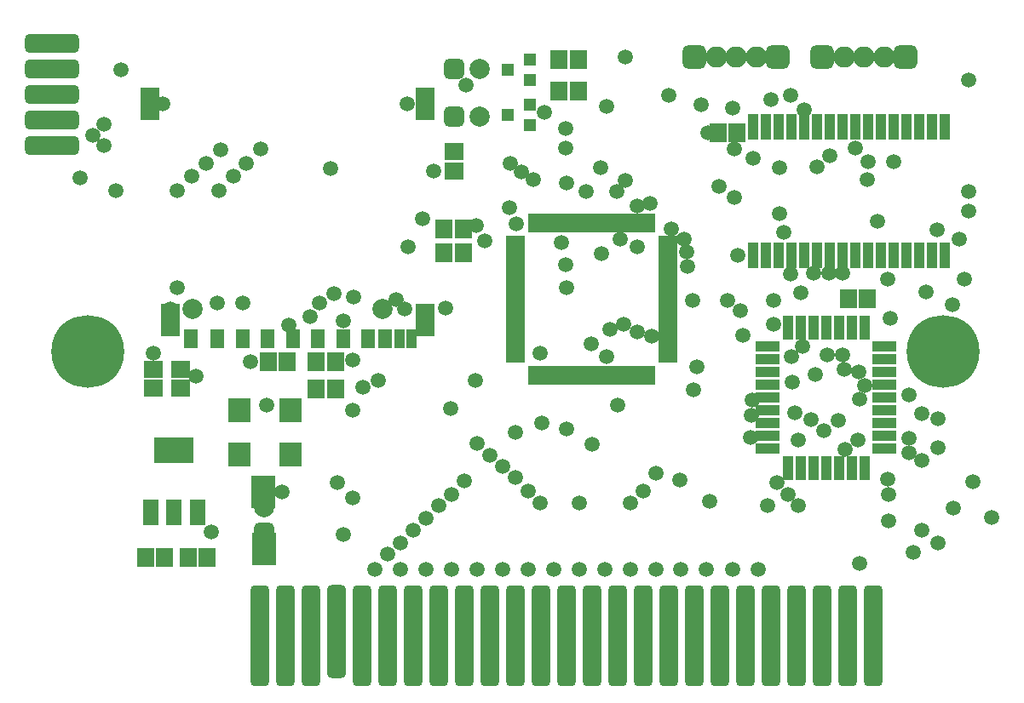
<source format=gts>
G04*
G04  File:            SD-MAPPER-FINAL_VERSION.GTS, Wed Oct 15 21:18:23 2014*
G04  Source:          P-CAD 2002 PCB (6/400) TRIAL VERSION - 1 days left, Version 17.01.22, (E:\Eletro\PCAD-PCI\SD-Mapper\SD-Mapper-final_version.PCB)*
G04  Format:          Gerber Format (RS-274-D), ASCII*
G04*
G04  Format Options:  Absolute Positioning*
G04                   Leading-Zero Suppression*
G04                   Scale Factor 1:1*
G04                   NO Circular Interpolation*
G04                   Inch Units*
G04                   Numeric Format: 4.4 (XXXX.XXXX)*
G04                   G54 NOT Used for Aperture Change*
G04                   Apertures Embedded*
G04*
G04  File Options:    Offset = (0.0mil,0.0mil)*
G04                   Drill Symbol Size = 80.0mil*
G04                   Pad/Via Holes*
G04*
G04  File Contents:   Pads*
G04                   Vias*
G04                   No Designators*
G04                   No Types*
G04                   No Values*
G04                   No Drill Symbols*
G04                   Top Mask*
G04*
%INSD-MAPPER-FINAL_VERSION.GTS*%
%ICAS*%
%MOIN*%
G04*
G04  Aperture MACROs for general use --- invoked via D-code assignment *
G04*
G04  General MACRO for flashed round with rotation and/or offset hole *
%AMROTOFFROUND*
1,1,$1,0.0000,0.0000*
1,0,$2,$3,$4*%
G04*
G04  General MACRO for flashed oval (obround) with rotation and/or offset hole *
%AMROTOFFOVAL*
21,1,$1,$2,0.0000,0.0000,$3*
1,1,$4,$5,$6*
1,1,$4,0-$5,0-$6*
1,0,$7,$8,$9*%
G04*
G04  General MACRO for flashed oval (obround) with rotation and no hole *
%AMROTOVALNOHOLE*
21,1,$1,$2,0.0000,0.0000,$3*
1,1,$4,$5,$6*
1,1,$4,0-$5,0-$6*%
G04*
G04  General MACRO for flashed rectangle with rotation and/or offset hole *
%AMROTOFFRECT*
21,1,$1,$2,0.0000,0.0000,$3*
1,0,$4,$5,$6*%
G04*
G04  General MACRO for flashed rectangle with rotation and no hole *
%AMROTRECTNOHOLE*
21,1,$1,$2,0.0000,0.0000,$3*%
G04*
G04  General MACRO for flashed rounded-rectangle *
%AMROUNDRECT*
21,1,$1,$2-$4,0.0000,0.0000,$3*
21,1,$1-$4,$2,0.0000,0.0000,$3*
1,1,$4,$5,$6*
1,1,$4,$7,$8*
1,1,$4,0-$5,0-$6*
1,1,$4,0-$7,0-$8*
1,0,$9,$10,$11*%
G04*
G04  General MACRO for flashed rounded-rectangle with rotation and no hole *
%AMROUNDRECTNOHOLE*
21,1,$1,$2-$4,0.0000,0.0000,$3*
21,1,$1-$4,$2,0.0000,0.0000,$3*
1,1,$4,$5,$6*
1,1,$4,$7,$8*
1,1,$4,0-$5,0-$6*
1,1,$4,0-$7,0-$8*%
G04*
G04  General MACRO for flashed regular polygon *
%AMREGPOLY*
5,1,$1,0.0000,0.0000,$2,$3+$4*
1,0,$5,$6,$7*%
G04*
G04  General MACRO for flashed regular polygon with no hole *
%AMREGPOLYNOHOLE*
5,1,$1,0.0000,0.0000,$2,$3+$4*%
G04*
G04  General MACRO for target *
%AMTARGET*
6,0,0,$1,$2,$3,4,$4,$5,$6*%
G04*
G04  General MACRO for mounting hole *
%AMMTHOLE*
1,1,$1,0,0*
1,0,$2,0,0*
$1=$1-$2*
$1=$1/2*
21,1,$2+$1,$3,0,0,$4*
21,1,$3,$2+$1,0,0,$4*%
G04*
G04*
G04  D10 : "Ellipse X10.0mil Y10.0mil H0.0mil 0.0deg (0.0mil,0.0mil) Draw"*
G04  Disc: OuterDia=0.0100*
%ADD10C, 0.0100*%
G04  D11 : "Ellipse X12.0mil Y12.0mil H0.0mil 0.0deg (0.0mil,0.0mil) Draw"*
G04  Disc: OuterDia=0.0120*
%ADD11C, 0.0120*%
G04  D12 : "Ellipse X14.0mil Y14.0mil H0.0mil 0.0deg (0.0mil,0.0mil) Draw"*
G04  Disc: OuterDia=0.0140*
%ADD12C, 0.0140*%
G04  D13 : "Ellipse X15.0mil Y15.0mil H0.0mil 0.0deg (0.0mil,0.0mil) Draw"*
G04  Disc: OuterDia=0.0150*
%ADD13C, 0.0150*%
G04  D14 : "Ellipse X17.0mil Y17.0mil H0.0mil 0.0deg (0.0mil,0.0mil) Draw"*
G04  Disc: OuterDia=0.0170*
%ADD14C, 0.0170*%
G04  D15 : "Ellipse X18.0mil Y18.0mil H0.0mil 0.0deg (0.0mil,0.0mil) Draw"*
G04  Disc: OuterDia=0.0180*
%ADD15C, 0.0180*%
G04  D16 : "Ellipse X2.0mil Y2.0mil H0.0mil 0.0deg (0.0mil,0.0mil) Draw"*
G04  Disc: OuterDia=0.0020*
%ADD16C, 0.0020*%
G04  D17 : "Ellipse X20.0mil Y20.0mil H0.0mil 0.0deg (0.0mil,0.0mil) Draw"*
G04  Disc: OuterDia=0.0200*
%ADD17C, 0.0200*%
G04  D18 : "Ellipse X22.0mil Y22.0mil H0.0mil 0.0deg (0.0mil,0.0mil) Draw"*
G04  Disc: OuterDia=0.0220*
%ADD18C, 0.0220*%
G04  D19 : "Ellipse X24.0mil Y24.0mil H0.0mil 0.0deg (0.0mil,0.0mil) Draw"*
G04  Disc: OuterDia=0.0240*
%ADD19C, 0.0240*%
G04  D20 : "Ellipse X26.0mil Y26.0mil H0.0mil 0.0deg (0.0mil,0.0mil) Draw"*
G04  Disc: OuterDia=0.0260*
%ADD20C, 0.0260*%
G04  D21 : "Ellipse X34.0mil Y34.0mil H0.0mil 0.0deg (0.0mil,0.0mil) Draw"*
G04  Disc: OuterDia=0.0340*
%ADD21C, 0.0340*%
G04  D22 : "Ellipse X35.0mil Y35.0mil H0.0mil 0.0deg (0.0mil,0.0mil) Draw"*
G04  Disc: OuterDia=0.0350*
%ADD22C, 0.0350*%
G04  D23 : "Ellipse X40.0mil Y40.0mil H0.0mil 0.0deg (0.0mil,0.0mil) Draw"*
G04  Disc: OuterDia=0.0400*
%ADD23C, 0.0400*%
G04  D24 : "Ellipse X45.0mil Y45.0mil H0.0mil 0.0deg (0.0mil,0.0mil) Draw"*
G04  Disc: OuterDia=0.0450*
%ADD24C, 0.0450*%
G04  D25 : "Ellipse X8.0mil Y8.0mil H0.0mil 0.0deg (0.0mil,0.0mil) Draw"*
G04  Disc: OuterDia=0.0080*
%ADD25C, 0.0080*%
G04  D26 : "Ellipse X285.0mil Y285.0mil H0.0mil 0.0deg (0.0mil,0.0mil) Flash"*
G04  Disc: OuterDia=0.2850*
%ADD26C, 0.2850*%
G04  D27 : "Ellipse X59.0mil Y59.0mil H0.0mil 0.0deg (0.0mil,0.0mil) Flash"*
G04  Disc: OuterDia=0.0590*
%ADD27C, 0.0590*%
G04  D28 : "Ellipse X64.0mil Y64.0mil H0.0mil 0.0deg (0.0mil,0.0mil) Flash"*
G04  Disc: OuterDia=0.0640*
%ADD28C, 0.0640*%
G04  D29 : "Ellipse X68.0mil Y68.0mil H0.0mil 0.0deg (0.0mil,0.0mil) Flash"*
G04  Disc: OuterDia=0.0680*
%ADD29C, 0.0680*%
G04  D30 : "Ellipse X79.0mil Y79.0mil H0.0mil 0.0deg (0.0mil,0.0mil) Flash"*
G04  Disc: OuterDia=0.0790*
%ADD30C, 0.0790*%
G04  D31 : "Ellipse X83.0mil Y83.0mil H0.0mil 0.0deg (0.0mil,0.0mil) Flash"*
G04  Disc: OuterDia=0.0830*
%ADD31C, 0.0830*%
G04  D32 : "Mounting Hole X270.0mil Y270.0mil H0.0mil 0.0deg (0.0mil,0.0mil) Flash"*
G04  Mounting Hole: Diameter=0.2700, Rotation=0.0, LineWidth=0.0050 *
%ADD32MTHOLE, 0.2700 X0.2500 X0.0050 X0.0*%
G04  D33 : "Mounting Hole X44.0mil Y44.0mil H0.0mil 0.0deg (0.0mil,0.0mil) Flash"*
G04  Mounting Hole: Diameter=0.0440, Rotation=0.0, LineWidth=0.0050 *
%ADD33MTHOLE, 0.0440 X0.0240 X0.0050 X0.0*%
G04  D34 : "Mounting Hole X64.0mil Y64.0mil H0.0mil 0.0deg (0.0mil,0.0mil) Flash"*
G04  Mounting Hole: Diameter=0.0640, Rotation=0.0, LineWidth=0.0050 *
%ADD34MTHOLE, 0.0640 X0.0440 X0.0050 X0.0*%
G04  D35 : "Rounded Rectangle X196.9mil Y60.0mil H0.0mil 0.0deg (0.0mil,0.0mil) Flash"*
G04  RoundRct: DimX=0.1969, DimY=0.0600, CornerRad=0.0150, Rotation=0.0, OffsetX=0.0000, OffsetY=0.0000, HoleDia=0.0000 *
%ADD35ROUNDRECTNOHOLE, 0.1969 X0.0600 X0.0 X0.0300 X-0.0834 X-0.0150 X-0.0834 X0.0150*%
G04  D36 : "Rounded Rectangle X60.0mil Y350.0mil H0.0mil 0.0deg (0.0mil,0.0mil) Flash"*
G04  RoundRct: DimX=0.0600, DimY=0.3500, CornerRad=0.0150, Rotation=0.0, OffsetX=0.0000, OffsetY=0.0000, HoleDia=0.0000 *
%ADD36ROUNDRECTNOHOLE, 0.0600 X0.3500 X0.0 X0.0300 X-0.0150 X-0.1600 X-0.0150 X0.1600*%
G04  D37 : "Rounded Rectangle X60.0mil Y380.0mil H0.0mil 0.0deg (0.0mil,0.0mil) Flash"*
G04  RoundRct: DimX=0.0600, DimY=0.3800, CornerRad=0.0150, Rotation=0.0, OffsetX=0.0000, OffsetY=0.0000, HoleDia=0.0000 *
%ADD37ROUNDRECTNOHOLE, 0.0600 X0.3800 X0.0 X0.0300 X-0.0150 X-0.1750 X-0.0150 X0.1750*%
G04  D38 : "Rounded Rectangle X64.0mil Y64.0mil H0.0mil 0.0deg (0.0mil,0.0mil) Flash"*
G04  RoundRct: DimX=0.0640, DimY=0.0640, CornerRad=0.0160, Rotation=0.0, OffsetX=0.0000, OffsetY=0.0000, HoleDia=0.0000 *
%ADD38ROUNDRECTNOHOLE, 0.0640 X0.0640 X0.0 X0.0320 X-0.0160 X-0.0160 X-0.0160 X0.0160*%
G04  D39 : "Rounded Rectangle X211.9mil Y75.0mil H0.0mil 0.0deg (0.0mil,0.0mil) Flash"*
G04  RoundRct: DimX=0.2119, DimY=0.0750, CornerRad=0.0187, Rotation=0.0, OffsetX=0.0000, OffsetY=0.0000, HoleDia=0.0000 *
%ADD39ROUNDRECTNOHOLE, 0.2119 X0.0750 X0.0 X0.0375 X-0.0872 X-0.0187 X-0.0872 X0.0187*%
G04  D40 : "Rounded Rectangle X75.0mil Y365.0mil H0.0mil 0.0deg (0.0mil,0.0mil) Flash"*
G04  RoundRct: DimX=0.0750, DimY=0.3650, CornerRad=0.0187, Rotation=0.0, OffsetX=0.0000, OffsetY=0.0000, HoleDia=0.0000 *
%ADD40ROUNDRECTNOHOLE, 0.0750 X0.3650 X0.0 X0.0375 X-0.0187 X-0.1638 X-0.0187 X0.1638*%
G04  D41 : "Rounded Rectangle X75.0mil Y395.0mil H0.0mil 0.0deg (0.0mil,0.0mil) Flash"*
G04  RoundRct: DimX=0.0750, DimY=0.3950, CornerRad=0.0187, Rotation=0.0, OffsetX=0.0000, OffsetY=0.0000, HoleDia=0.0000 *
%ADD41ROUNDRECTNOHOLE, 0.0750 X0.3950 X0.0 X0.0375 X-0.0187 X-0.1788 X-0.0187 X0.1788*%
G04  D42 : "Rounded Rectangle X78.0mil Y78.0mil H0.0mil 0.0deg (0.0mil,0.0mil) Flash"*
G04  RoundRct: DimX=0.0780, DimY=0.0780, CornerRad=0.0195, Rotation=0.0, OffsetX=0.0000, OffsetY=0.0000, HoleDia=0.0000 *
%ADD42ROUNDRECTNOHOLE, 0.0780 X0.0780 X0.0 X0.0390 X-0.0195 X-0.0195 X-0.0195 X0.0195*%
G04  D43 : "Rounded Rectangle X79.0mil Y79.0mil H0.0mil 0.0deg (0.0mil,0.0mil) Flash"*
G04  RoundRct: DimX=0.0790, DimY=0.0790, CornerRad=0.0198, Rotation=0.0, OffsetX=0.0000, OffsetY=0.0000, HoleDia=0.0000 *
%ADD43ROUNDRECTNOHOLE, 0.0790 X0.0790 X0.0 X0.0395 X-0.0198 X-0.0198 X-0.0198 X0.0198*%
G04  D44 : "Rounded Rectangle X93.0mil Y93.0mil H0.0mil 0.0deg (0.0mil,0.0mil) Flash"*
G04  RoundRct: DimX=0.0930, DimY=0.0930, CornerRad=0.0233, Rotation=0.0, OffsetX=0.0000, OffsetY=0.0000, HoleDia=0.0000 *
%ADD44ROUNDRECTNOHOLE, 0.0930 X0.0930 X0.0 X0.0465 X-0.0233 X-0.0233 X-0.0233 X0.0233*%
G04  D45 : "Rectangle X11.8mil Y63.0mil H0.0mil 0.0deg (0.0mil,0.0mil) Flash"*
G04  Rectangular: DimX=0.0118, DimY=0.0630, Rotation=0.0, OffsetX=0.0000, OffsetY=0.0000, HoleDia=0.0000 *
%ADD45R, 0.0118 X0.0630*%
G04  D46 : "Rectangle X63.0mil Y11.8mil H0.0mil 0.0deg (0.0mil,0.0mil) Flash"*
G04  Rectangular: DimX=0.0630, DimY=0.0118, Rotation=0.0, OffsetX=0.0000, OffsetY=0.0000, HoleDia=0.0000 *
%ADD46R, 0.0630 X0.0118*%
G04  D47 : "Rectangle X141.7mil Y86.6mil H0.0mil 0.0deg (0.0mil,0.0mil) Flash"*
G04  Rectangular: DimX=0.1417, DimY=0.0866, Rotation=0.0, OffsetX=0.0000, OffsetY=0.0000, HoleDia=0.0000 *
%ADD47R, 0.1417 X0.0866*%
G04  D48 : "Rectangle X156.7mil Y101.6mil H0.0mil 0.0deg (0.0mil,0.0mil) Flash"*
G04  Rectangular: DimX=0.1567, DimY=0.1016, Rotation=0.0, OffsetX=0.0000, OffsetY=0.0000, HoleDia=0.0000 *
%ADD48R, 0.1567 X0.1016*%
G04  D49 : "Rectangle X23.6mil Y78.7mil H0.0mil 0.0deg (0.0mil,0.0mil) Flash"*
G04  Rectangular: DimX=0.0236, DimY=0.0787, Rotation=0.0, OffsetX=0.0000, OffsetY=0.0000, HoleDia=0.0000 *
%ADD49R, 0.0236 X0.0787*%
G04  D50 : "Rectangle X78.7mil Y23.6mil H0.0mil 0.0deg (0.0mil,0.0mil) Flash"*
G04  Rectangular: DimX=0.0787, DimY=0.0236, Rotation=0.0, OffsetX=0.0000, OffsetY=0.0000, HoleDia=0.0000 *
%ADD50R, 0.0787 X0.0236*%
G04  D51 : "Rectangle X23.6mil Y86.6mil H0.0mil 0.0deg (0.0mil,0.0mil) Flash"*
G04  Rectangular: DimX=0.0236, DimY=0.0866, Rotation=0.0, OffsetX=0.0000, OffsetY=0.0000, HoleDia=0.0000 *
%ADD51R, 0.0236 X0.0866*%
G04  D52 : "Rectangle X26.0mil Y60.0mil H0.0mil 0.0deg (0.0mil,0.0mil) Flash"*
G04  Rectangular: DimX=0.0260, DimY=0.0600, Rotation=0.0, OffsetX=0.0000, OffsetY=0.0000, HoleDia=0.0000 *
%ADD52R, 0.0260 X0.0600*%
G04  D53 : "Rectangle X26.8mil Y78.0mil H0.0mil 0.0deg (0.0mil,0.0mil) Flash"*
G04  Rectangular: DimX=0.0268, DimY=0.0780, Rotation=0.0, OffsetX=0.0000, OffsetY=0.0000, HoleDia=0.0000 *
%ADD53R, 0.0268 X0.0780*%
G04  D54 : "Rectangle X78.0mil Y26.8mil H0.0mil 0.0deg (0.0mil,0.0mil) Flash"*
G04  Rectangular: DimX=0.0780, DimY=0.0268, Rotation=0.0, OffsetX=0.0000, OffsetY=0.0000, HoleDia=0.0000 *
%ADD54R, 0.0780 X0.0268*%
G04  D55 : "Rectangle X32.0mil Y32.0mil H0.0mil 0.0deg (0.0mil,0.0mil) Flash"*
G04  Square: Side=0.0320, Rotation=0.0, OffsetX=0.0000, OffsetY=0.0000, HoleDia=0.0000*
%ADD55R, 0.0320 X0.0320*%
G04  D56 : "Rectangle X38.6mil Y101.6mil H0.0mil 0.0deg (0.0mil,0.0mil) Flash"*
G04  Rectangular: DimX=0.0386, DimY=0.1016, Rotation=0.0, OffsetX=0.0000, OffsetY=0.0000, HoleDia=0.0000 *
%ADD56R, 0.0386 X0.1016*%
G04  D57 : "Rectangle X38.6mil Y93.7mil H0.0mil 0.0deg (0.0mil,0.0mil) Flash"*
G04  Rectangular: DimX=0.0386, DimY=0.0937, Rotation=0.0, OffsetX=0.0000, OffsetY=0.0000, HoleDia=0.0000 *
%ADD57R, 0.0386 X0.0937*%
G04  D58 : "Rectangle X93.7mil Y38.6mil H0.0mil 0.0deg (0.0mil,0.0mil) Flash"*
G04  Rectangular: DimX=0.0937, DimY=0.0386, Rotation=0.0, OffsetX=0.0000, OffsetY=0.0000, HoleDia=0.0000 *
%ADD58R, 0.0937 X0.0386*%
G04  D59 : "Rectangle X40.0mil Y60.0mil H0.0mil 0.0deg (0.0mil,0.0mil) Flash"*
G04  Rectangular: DimX=0.0400, DimY=0.0600, Rotation=0.0, OffsetX=0.0000, OffsetY=0.0000, HoleDia=0.0000 *
%ADD59R, 0.0400 X0.0600*%
G04  D60 : "Rectangle X41.0mil Y75.0mil H0.0mil 0.0deg (0.0mil,0.0mil) Flash"*
G04  Rectangular: DimX=0.0410, DimY=0.0750, Rotation=0.0, OffsetX=0.0000, OffsetY=0.0000, HoleDia=0.0000 *
%ADD60R, 0.0410 X0.0750*%
G04  D61 : "Rectangle X47.0mil Y47.0mil H0.0mil 0.0deg (0.0mil,0.0mil) Flash"*
G04  Square: Side=0.0470, Rotation=0.0, OffsetX=0.0000, OffsetY=0.0000, HoleDia=0.0000*
%ADD61R, 0.0470 X0.0470*%
G04  D62 : "Rectangle X47.2mil Y86.6mil H0.0mil 0.0deg (0.0mil,0.0mil) Flash"*
G04  Rectangular: DimX=0.0472, DimY=0.0866, Rotation=0.0, OffsetX=0.0000, OffsetY=0.0000, HoleDia=0.0000 *
%ADD62R, 0.0472 X0.0866*%
G04  D63 : "Rectangle X51.2mil Y59.1mil H0.0mil 0.0deg (0.0mil,0.0mil) Flash"*
G04  Rectangular: DimX=0.0512, DimY=0.0591, Rotation=0.0, OffsetX=0.0000, OffsetY=0.0000, HoleDia=0.0000 *
%ADD63R, 0.0512 X0.0591*%
G04  D64 : "Rectangle X59.1mil Y51.2mil H0.0mil 0.0deg (0.0mil,0.0mil) Flash"*
G04  Rectangular: DimX=0.0591, DimY=0.0512, Rotation=0.0, OffsetX=0.0000, OffsetY=0.0000, HoleDia=0.0000 *
%ADD64R, 0.0591 X0.0512*%
G04  D65 : "Rectangle X55.0mil Y75.0mil H0.0mil 0.0deg (0.0mil,0.0mil) Flash"*
G04  Rectangular: DimX=0.0550, DimY=0.0750, Rotation=0.0, OffsetX=0.0000, OffsetY=0.0000, HoleDia=0.0000 *
%ADD65R, 0.0550 X0.0750*%
G04  D66 : "Rectangle X58.0mil Y110.0mil H0.0mil 0.0deg (0.0mil,0.0mil) Flash"*
G04  Rectangular: DimX=0.0580, DimY=0.1100, Rotation=0.0, OffsetX=0.0000, OffsetY=0.0000, HoleDia=0.0000 *
%ADD66R, 0.0580 X0.1100*%
G04  D67 : "Rectangle X62.2mil Y101.6mil H0.0mil 0.0deg (0.0mil,0.0mil) Flash"*
G04  Rectangular: DimX=0.0622, DimY=0.1016, Rotation=0.0, OffsetX=0.0000, OffsetY=0.0000, HoleDia=0.0000 *
%ADD67R, 0.0622 X0.1016*%
G04  D68 : "Rectangle X66.2mil Y74.1mil H0.0mil 0.0deg (0.0mil,0.0mil) Flash"*
G04  Rectangular: DimX=0.0662, DimY=0.0741, Rotation=0.0, OffsetX=0.0000, OffsetY=0.0000, HoleDia=0.0000 *
%ADD68R, 0.0662 X0.0741*%
G04  D69 : "Rectangle X74.1mil Y66.2mil H0.0mil 0.0deg (0.0mil,0.0mil) Flash"*
G04  Rectangular: DimX=0.0741, DimY=0.0662, Rotation=0.0, OffsetX=0.0000, OffsetY=0.0000, HoleDia=0.0000 *
%ADD69R, 0.0741 X0.0662*%
G04  D70 : "Rectangle X72.0mil Y80.0mil H0.0mil 0.0deg (0.0mil,0.0mil) Flash"*
G04  Rectangular: DimX=0.0720, DimY=0.0800, Rotation=0.0, OffsetX=0.0000, OffsetY=0.0000, HoleDia=0.0000 *
%ADD70R, 0.0720 X0.0800*%
G04  D71 : "Rectangle X73.0mil Y125.0mil H0.0mil 0.0deg (0.0mil,0.0mil) Flash"*
G04  Rectangular: DimX=0.0730, DimY=0.1250, Rotation=0.0, OffsetX=0.0000, OffsetY=0.0000, HoleDia=0.0000 *
%ADD71R, 0.0730 X0.1250*%
G04  D72 : "Rectangle X80.0mil Y110.0mil H0.0mil 0.0deg (0.0mil,0.0mil) Flash"*
G04  Rectangular: DimX=0.0800, DimY=0.1100, Rotation=0.0, OffsetX=0.0000, OffsetY=0.0000, HoleDia=0.0000 *
%ADD72R, 0.0800 X0.1100*%
G04  D73 : "Rectangle X87.0mil Y95.0mil H0.0mil 0.0deg (0.0mil,0.0mil) Flash"*
G04  Rectangular: DimX=0.0870, DimY=0.0950, Rotation=0.0, OffsetX=0.0000, OffsetY=0.0000, HoleDia=0.0000 *
%ADD73R, 0.0870 X0.0950*%
G04  D74 : "Rectangle X95.0mil Y125.0mil H0.0mil 0.0deg (0.0mil,0.0mil) Flash"*
G04  Rectangular: DimX=0.0950, DimY=0.1250, Rotation=0.0, OffsetX=0.0000, OffsetY=0.0000, HoleDia=0.0000 *
%ADD74R, 0.0950 X0.1250*%
G04  D75 : "Ellipse X44.0mil Y44.0mil H0.0mil 0.0deg (0.0mil,0.0mil) Flash"*
G04  Disc: OuterDia=0.0440*
%ADD75C, 0.0440*%
G04*
%FSLAX44Y44*%
%SFA1B1*%
%OFA0.0000B0.0000*%
G04*
G70*
G90*
G01*
D2*
%LNTop Mask*%
D27*
X32399Y86259D3*
Y85429D3*
X31969Y85849D3*
X34329Y77299D3*
X35269Y79889D3*
X35259Y83669D3*
X36609Y70299D3*
X38129Y76979D3*
X36819Y79289D3*
X37829Y79269D3*
X36909Y83659D3*
X36959Y85289D3*
X38529Y85299D3*
X36389Y84749D3*
X37969D3*
X41409Y79639D3*
X40819Y79269D3*
X40449Y78749D3*
X39639Y78419D3*
X41269Y84539D3*
X43489Y69449D3*
X43989Y69889D3*
X44489Y70359D3*
X43139Y76249D3*
X42529Y75969D3*
X43829Y79399D3*
X44309Y81489D3*
X45489Y71339D3*
X46489Y72299D3*
X46989Y73789D3*
X47489Y73319D3*
X46929Y76249D3*
X45769Y79079D3*
D68*
X45699Y82169D3*
X46448D3*
D27*
X46979Y82309D3*
X47289Y81709D3*
D30*
X47109Y88429D3*
D43*
X46109D3*
D27*
X46579Y87809D3*
X49459Y71449D3*
X50489Y74339D3*
X49539Y74579D3*
X48489Y72439D3*
Y74219D3*
X49469Y77299D3*
X50509Y79859D3*
X48529Y82359D3*
X50289Y81649D3*
X48729Y84399D3*
X50459Y85349D3*
X48299Y84749D3*
X50449Y86099D3*
X52989Y71449D3*
X51489Y73739D3*
X52069Y77189D3*
X51479Y77669D3*
X52719Y78429D3*
X52459Y83639D3*
X52609Y81779D3*
X53249Y81469D3*
X53269Y83079D3*
X51829Y84559D3*
X52789Y88899D3*
X56109Y71499D3*
X54939Y72339D3*
X55609Y76759D3*
X55479Y75879D3*
X55219Y80699D3*
X55439Y79389D3*
X55109Y81789D3*
X54589Y82169D3*
X56019Y85929D3*
X54489Y87399D3*
X59579Y71339D3*
X58369D3*
X59549Y73899D3*
X57689Y74019D3*
X59289Y77179D3*
X59329Y76159D3*
X57749Y75489D3*
X58589Y78449D3*
Y79389D3*
X59269Y80409D3*
X59669Y79669D3*
X58999Y82029D3*
X58829Y82779D3*
Y84559D3*
X57799Y84929D3*
X59259Y87399D3*
X61889Y73899D3*
X61389Y73529D3*
X60579Y74279D3*
X61119Y74669D3*
X60689Y77229D3*
X61299Y77239D3*
X61369Y76679D3*
X61939Y76559D3*
X62149Y76049D3*
X61969Y75519D3*
D68*
X61519Y79439D3*
X62268D3*
D27*
X60749Y80449D3*
X61299Y80439D3*
X62679Y82479D3*
X62299Y84819D3*
X60799Y85039D3*
X60299Y84609D3*
X61799Y85349D3*
X65619Y71239D3*
X64079Y69519D3*
X65029Y69889D3*
X64399Y70359D3*
X63889Y73419D3*
X65029Y73619D3*
X64399Y73109D3*
X63889Y73989D3*
Y75689D3*
X64559Y79709D3*
X65609Y79199D3*
X64999Y82129D3*
X67139Y70869D3*
X31449Y84179D3*
D68*
X34019Y69319D3*
X34768D3*
D69*
X34329Y76689D3*
Y75941D3*
X35389Y76689D3*
Y75941D3*
D27*
X34709Y87059D3*
X37459Y84239D3*
X39359Y71869D3*
X41539Y72239D3*
D68*
X41459Y75909D3*
X40711D3*
D27*
X42989Y68849D3*
X43989D3*
X44249Y87059D3*
X45989Y68849D3*
X45999Y71779D3*
X46989Y68849D3*
D68*
X45699Y81229D3*
X46448D3*
D27*
X45959Y75129D3*
D30*
X47099Y86559D3*
D43*
X46099D3*
D27*
X49999Y68849D3*
X48989D3*
Y71899D3*
X49189Y84099D3*
X50499Y83979D3*
X50459Y80789D3*
X49639Y86739D3*
X52989Y68839D3*
X53489Y71919D3*
X51989Y68849D3*
X52199Y78229D3*
X53279Y78149D3*
X51869Y81209D3*
X52799Y84089D3*
X52489Y75279D3*
X52069Y86979D3*
X55979Y68849D3*
X54979D3*
X56469Y83849D3*
X55209Y81259D3*
X55759Y87049D3*
X59169Y71779D3*
X58739Y72229D3*
X57989Y68849D3*
X57409Y78019D3*
X57719Y74889D3*
X59439Y74969D3*
X58489Y87249D3*
X61969Y69069D3*
X62259Y84119D3*
X65029Y74729D3*
X64399Y74949D3*
X66389Y72279D3*
D69*
X46099Y84449D3*
Y85198D3*
D27*
X36009Y76409D3*
X32879Y83669D3*
X33069Y88419D3*
D43*
X38649Y70269D3*
D30*
Y71269D3*
D74*
Y69649D3*
D27*
X41759Y70199D3*
X44989Y70829D3*
X42119Y71639D3*
X47989Y72879D3*
D68*
X41449Y76979D3*
X40701D3*
X38819D3*
X39568D3*
D27*
X42119Y77029D3*
X42149Y79499D3*
X41759Y78579D3*
X44879Y82589D3*
X48259Y83009D3*
X45289Y84449D3*
X50989Y71449D3*
X53989Y72599D3*
X59739Y77569D3*
X60229Y76489D3*
X57289Y78989D3*
X56809Y79389D3*
X60179Y80449D3*
X57059Y83419D3*
X53759Y83169D3*
X51279Y83649D3*
D68*
X56429Y85929D3*
X57178D3*
D27*
X57059Y85299D3*
D68*
X50199Y88809D3*
X50948D3*
X50209Y87559D3*
X50958D3*
D44*
X58749Y88899D3*
X55489D3*
D31*
X57919D3*
X56349D3*
X57139D3*
D27*
X63099Y70749D3*
X63079Y72389D3*
X66059Y80219D3*
X63169Y78679D3*
X63049Y80199D3*
X65869Y81759D3*
X66239Y83649D3*
Y82869D3*
X63289Y84799D3*
X66239Y88009D3*
D68*
X35689Y69309D3*
X36438D3*
D26*
X31769Y77389D3*
D27*
X35829Y84239D3*
D74*
X38639Y71869D3*
D27*
X44989Y68849D3*
X47989D3*
X42119Y75089D3*
X38779Y75279D3*
X50989Y68849D3*
X53989D3*
X56989D3*
X60049Y74709D3*
X57199Y81149D3*
X53839Y77969D3*
X56999Y86909D3*
X59809Y86849D3*
X63099Y71769D3*
D26*
X65229Y77389D3*
D67*
X34239Y71059D3*
X36051D3*
X35145D3*
D48*
Y73500D3*
D39*
X30359Y85429D3*
Y86429D3*
Y88429D3*
Y89429D3*
Y87429D3*
D61*
X48199Y88419D3*
X49069Y88819D3*
Y88019D3*
D44*
X63749Y88899D3*
X60489D3*
D31*
X62919D3*
X61349D3*
X62139D3*
D53*
X49119Y76435D3*
X49316D3*
X49513D3*
X49710D3*
X49907D3*
X50104D3*
X50301D3*
X50497D3*
X50694D3*
X50891D3*
X51088D3*
X51285D3*
X49119Y82419D3*
X49316D3*
X49513D3*
X49710D3*
X49907D3*
X50104D3*
X50301D3*
X50497D3*
X50694D3*
X50891D3*
X51088D3*
X51285D3*
X51678Y76435D3*
X51875D3*
X52072D3*
X52269D3*
X52466D3*
X52663D3*
X52860D3*
X53056D3*
X53253D3*
X53450D3*
X53647D3*
X53844D3*
X51678Y82419D3*
X51875D3*
X52072D3*
X52269D3*
X52466D3*
X52663D3*
X52860D3*
X53056D3*
X53253D3*
X53450D3*
X53647D3*
X53844D3*
D54*
X48489Y77065D3*
Y77262D3*
Y77459D3*
Y77656D3*
Y77852D3*
Y78049D3*
Y78246D3*
Y78443D3*
Y78640D3*
Y78837D3*
Y79034D3*
Y79230D3*
Y79624D3*
Y79427D3*
Y80018D3*
Y80215D3*
Y80412D3*
Y80608D3*
Y80805D3*
Y81002D3*
Y81199D3*
Y81396D3*
Y81593D3*
Y81789D3*
X54474Y77065D3*
Y77262D3*
Y77459D3*
Y77656D3*
Y77852D3*
Y78049D3*
Y78246D3*
Y78443D3*
Y78640D3*
Y78837D3*
Y79034D3*
Y79230D3*
Y79624D3*
Y79427D3*
Y80018D3*
Y80215D3*
Y80412D3*
Y80608D3*
Y80805D3*
Y81002D3*
Y81199D3*
Y81396D3*
Y81593D3*
Y81789D3*
X48489Y79821D3*
D53*
X51482Y76435D3*
Y82419D3*
D54*
X54474Y79821D3*
D61*
X48199Y86629D3*
X49069Y87029D3*
Y86229D3*
D71*
X44979Y87069D3*
X34199D3*
X34989Y78599D3*
X44979Y78609D3*
D30*
X35849Y79039D3*
D27*
X44159D3*
D60*
X44429Y77889D3*
X43959D3*
D65*
X43409D3*
X35809D3*
X36829D3*
X37819D3*
X38799D3*
X39789D3*
X40769D3*
X41749D3*
X42739D3*
D30*
X43309Y79039D3*
D27*
X34999D3*
D73*
X39699Y75079D3*
X37699D3*
Y73349D3*
X39699D3*
D56*
X65299Y86189D3*
X64799D3*
X64299D3*
X63299D3*
X62799D3*
X62299D3*
X61799D3*
X61299D3*
X60299D3*
X59799D3*
X58799D3*
X58299D3*
X59299D3*
X63799D3*
X60799D3*
X57799D3*
X65299Y81149D3*
X64799D3*
X64299D3*
X63299D3*
X62799D3*
X62299D3*
X61799D3*
X61299D3*
X60299D3*
X59799D3*
X59299D3*
X58799D3*
X58299D3*
X63799D3*
X60799D3*
X57799D3*
D58*
X58376Y77564D3*
Y77064D3*
Y76564D3*
Y76064D3*
Y75564D3*
X62943Y77564D3*
Y77064D3*
Y76564D3*
Y76064D3*
Y75564D3*
X58376Y75064D3*
Y74564D3*
Y74064D3*
Y73564D3*
D57*
X59159Y72808D3*
X59659D3*
X60159D3*
D58*
X62943Y75064D3*
Y74564D3*
Y74064D3*
Y73564D3*
D57*
X61159Y72808D3*
X61659D3*
X62159D3*
X60659D3*
X59159Y78319D3*
X59659D3*
X60159D3*
X61159D3*
X61659D3*
X62159D3*
X60659D3*
D41*
X38489Y66249D3*
X40489D3*
D40*
X41489Y66399D3*
D41*
X43489Y66249D3*
X44489D3*
X46489D3*
X47489D3*
X49489D3*
X50489D3*
X52489D3*
X53489D3*
X55489D3*
X56489D3*
X58489D3*
X59489D3*
X61489D3*
X62489D3*
X39489D3*
X42489D3*
X45489D3*
X48489D3*
X51489D3*
X54489D3*
X57489D3*
X60489D3*
D02M02*

</source>
